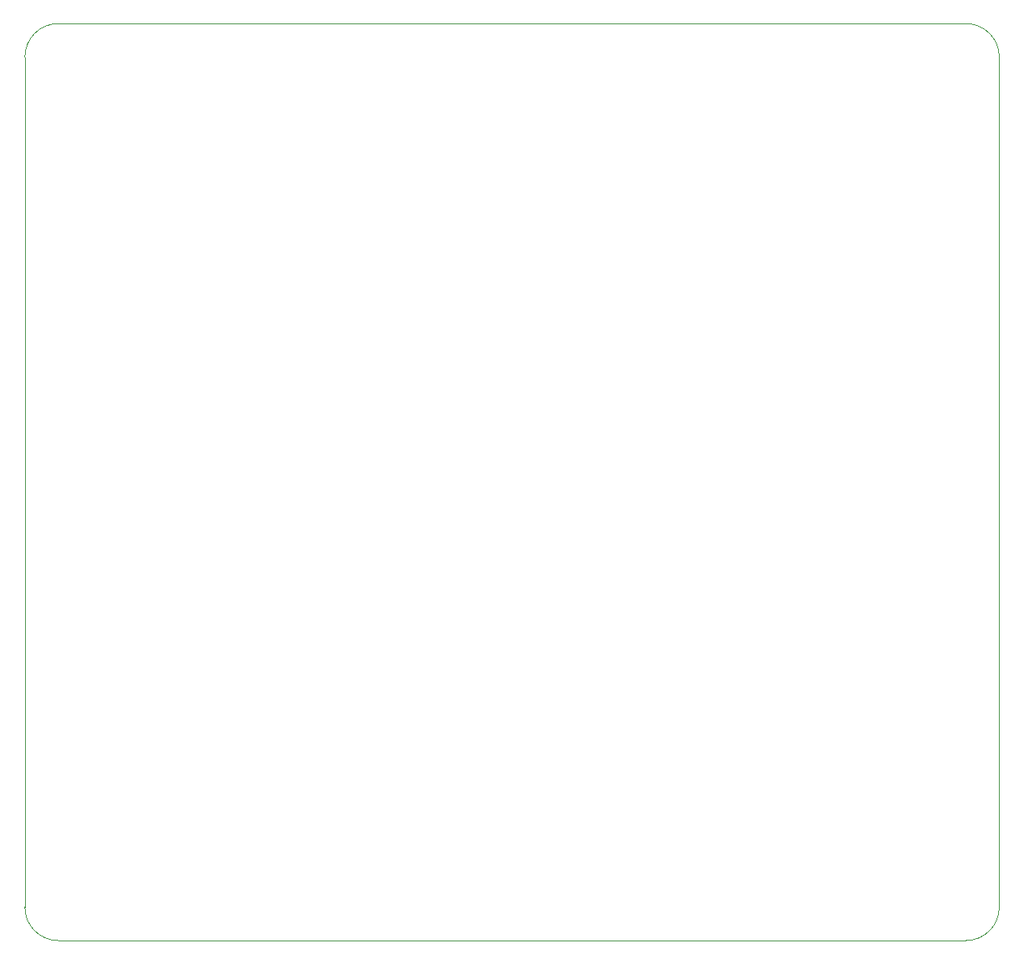
<source format=gm1>
G04 #@! TF.GenerationSoftware,KiCad,Pcbnew,8.0.3+1*
G04 #@! TF.CreationDate,2024-08-22T20:15:40+00:00*
G04 #@! TF.ProjectId,AstraControl,41737472-6143-46f6-9e74-726f6c2e6b69,rev?*
G04 #@! TF.SameCoordinates,Original*
G04 #@! TF.FileFunction,Profile,NP*
%FSLAX46Y46*%
G04 Gerber Fmt 4.6, Leading zero omitted, Abs format (unit mm)*
G04 Created by KiCad (PCBNEW 8.0.3+1) date 2024-08-22 20:15:40*
%MOMM*%
%LPD*%
G01*
G04 APERTURE LIST*
G04 #@! TA.AperFunction,Profile*
%ADD10C,0.100000*%
G04 #@! TD*
G04 APERTURE END LIST*
D10*
X103000000Y-63499999D02*
X103000000Y-152499999D01*
X106500001Y-156000000D02*
X201500000Y-156000000D01*
X201500000Y-60000000D02*
X106500000Y-60000000D01*
X205000000Y-152500000D02*
X205000000Y-63500000D01*
X103000000Y-63499999D02*
G75*
G02*
X106500000Y-60000000I3500001J-2D01*
G01*
X106500001Y-156000000D02*
G75*
G02*
X103000000Y-152499999I2J3500003D01*
G01*
X201500000Y-60000000D02*
G75*
G02*
X205000000Y-63500000I0J-3500000D01*
G01*
X205000000Y-152500000D02*
G75*
G02*
X201500000Y-156000000I-3500000J0D01*
G01*
M02*

</source>
